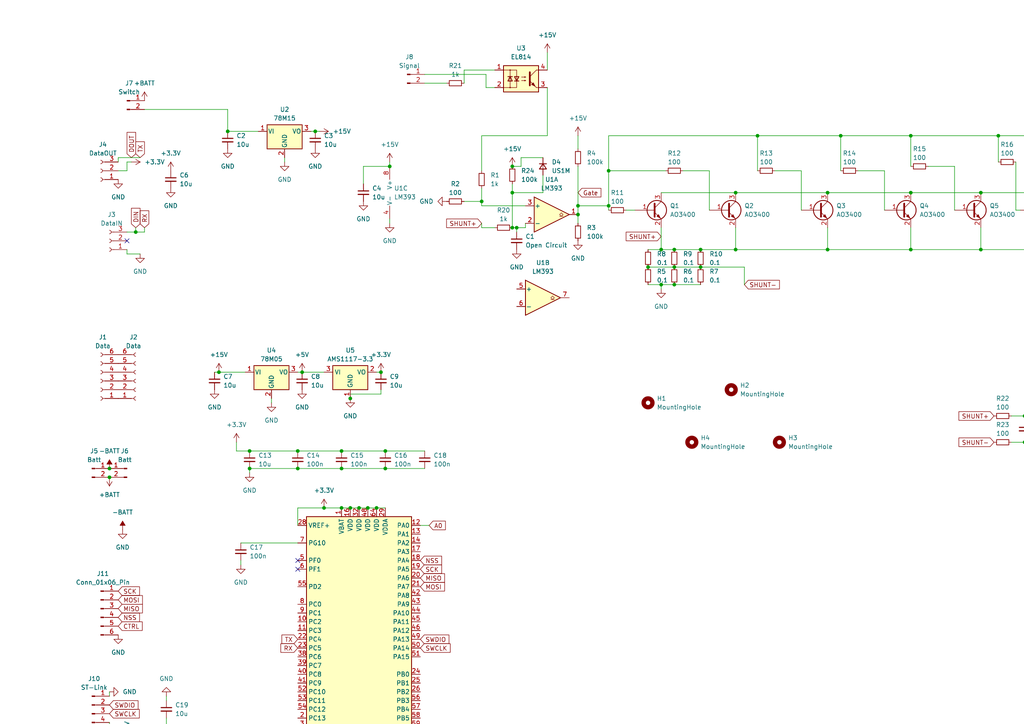
<source format=kicad_sch>
(kicad_sch (version 20230121) (generator eeschema)
  (paper "A4")
  (junction (at 289.56 39.37))
  (junction (at 139.7 58.42))
  (junction (at 355.6 124.46))
  (junction (at 86.36 135.89))
  (junction (at 167.64 59.69))
  (junction (at 31.75 135.89))
  (junction (at 105.41 241.3))
  (junction (at 195.58 72.39))
  (junction (at 328.93 55.88))
  (junction (at 243.84 39.37))
  (junction (at 219.71 39.37))
  (junction (at 167.64 62.23))
  (junction (at 340.36 39.37))
  (junction (at 99.06 147.32))
  (junction (at 111.76 135.89))
  (junction (at 240.03 72.39))
  (junction (at 388.62 55.88))
  (junction (at 191.77 82.55))
  (junction (at 191.77 72.39))
  (junction (at 93.98 147.32))
  (junction (at 264.16 39.37))
  (junction (at 284.48 55.88))
  (junction (at 396.24 72.39))
  (junction (at 72.39 130.81))
  (junction (at 313.69 120.65))
  (junction (at 264.16 55.88))
  (junction (at 240.03 55.88))
  (junction (at 99.06 130.81))
  (junction (at 176.53 59.69))
  (junction (at 382.27 72.39))
  (junction (at 63.5 107.95))
  (junction (at 111.76 130.81))
  (junction (at 104.14 147.32))
  (junction (at 213.36 72.39))
  (junction (at 39.37 67.31))
  (junction (at 113.03 48.26))
  (junction (at 384.81 30.48))
  (junction (at 148.59 66.04))
  (junction (at 203.2 72.39))
  (junction (at 336.55 124.46))
  (junction (at 303.53 72.39))
  (junction (at 148.59 48.26))
  (junction (at 303.53 55.88))
  (junction (at 149.86 66.04))
  (junction (at 195.58 77.47))
  (junction (at 314.96 39.37))
  (junction (at 176.53 49.53))
  (junction (at 388.62 35.56))
  (junction (at 344.17 124.46))
  (junction (at 86.36 130.81))
  (junction (at 406.4 72.39))
  (junction (at 187.96 77.47))
  (junction (at 31.75 138.43))
  (junction (at 101.6 115.57))
  (junction (at 195.58 82.55))
  (junction (at 106.68 147.32))
  (junction (at 72.39 135.89))
  (junction (at 66.04 38.1))
  (junction (at 328.93 72.39))
  (junction (at 264.16 72.39))
  (junction (at 203.2 77.47))
  (junction (at 101.6 147.32))
  (junction (at 322.58 209.55))
  (junction (at 358.14 72.39))
  (junction (at 213.36 55.88))
  (junction (at 99.06 135.89))
  (junction (at 358.14 55.88))
  (junction (at 317.5 129.54))
  (junction (at 148.59 55.88))
  (junction (at 87.63 107.95))
  (junction (at 110.49 107.95))
  (junction (at 91.44 38.1))
  (junction (at 406.4 55.88))
  (junction (at 297.18 120.65))
  (junction (at 109.22 147.32))
  (junction (at 396.24 55.88))
  (junction (at 284.48 72.39))
  (junction (at 382.27 55.88))
  (junction (at 297.18 128.27))
  (no_connect (at 86.36 162.56))
  (no_connect (at 86.36 165.1))
  (no_connect (at 36.83 69.85))
  (wire (pts (xy 36.83 73.66) (xy 36.83 72.39)))
  (wire (pts (xy 388.62 55.88) (xy 396.24 55.88)))
  (wire (pts (xy 139.7 66.04) (xy 139.7 64.77)))
  (wire (pts (xy 195.58 77.47) (xy 203.2 77.47)))
  (wire (pts (xy 106.68 147.32) (xy 109.22 147.32)))
  (wire (pts (xy 369.57 60.96) (xy 374.65 60.96)))
  (wire (pts (xy 34.29 45.72) (xy 34.29 46.99)))
  (wire (pts (xy 284.48 55.88) (xy 303.53 55.88)))
  (wire (pts (xy 139.7 39.37) (xy 139.7 49.53)))
  (wire (pts (xy 256.54 49.53) (xy 256.54 60.96)))
  (wire (pts (xy 134.62 58.42) (xy 139.7 58.42)))
  (wire (pts (xy 191.77 82.55) (xy 191.77 83.82)))
  (wire (pts (xy 139.7 59.69) (xy 152.4 59.69)))
  (wire (pts (xy 41.91 66.04) (xy 41.91 67.31)))
  (wire (pts (xy 219.71 49.53) (xy 219.71 39.37)))
  (wire (pts (xy 105.41 243.84) (xy 105.41 241.3)))
  (wire (pts (xy 336.55 133.35) (xy 335.28 133.35)))
  (wire (pts (xy 377.19 133.35) (xy 377.19 135.89)))
  (wire (pts (xy 313.69 113.03) (xy 313.69 115.57)))
  (wire (pts (xy 36.83 46.99) (xy 38.1 46.99)))
  (wire (pts (xy 99.06 147.32) (xy 101.6 147.32)))
  (wire (pts (xy 344.17 124.46) (xy 336.55 124.46)))
  (wire (pts (xy 195.58 72.39) (xy 203.2 72.39)))
  (wire (pts (xy 176.53 39.37) (xy 219.71 39.37)))
  (wire (pts (xy 388.62 35.56) (xy 388.62 55.88)))
  (wire (pts (xy 152.4 66.04) (xy 152.4 64.77)))
  (wire (pts (xy 34.29 45.72) (xy 40.64 45.72)))
  (wire (pts (xy 143.51 66.04) (xy 139.7 66.04)))
  (wire (pts (xy 69.85 163.83) (xy 69.85 162.56)))
  (wire (pts (xy 215.9 77.47) (xy 203.2 77.47)))
  (wire (pts (xy 191.77 72.39) (xy 195.58 72.39)))
  (wire (pts (xy 105.41 241.3) (xy 106.68 241.3)))
  (wire (pts (xy 213.36 66.04) (xy 213.36 72.39)))
  (wire (pts (xy 314.96 39.37) (xy 340.36 39.37)))
  (wire (pts (xy 121.92 152.4) (xy 124.46 152.4)))
  (wire (pts (xy 111.76 135.89) (xy 123.19 135.89)))
  (wire (pts (xy 313.69 120.65) (xy 318.77 120.65)))
  (wire (pts (xy 224.79 49.53) (xy 232.41 49.53)))
  (wire (pts (xy 140.97 25.4) (xy 143.51 25.4)))
  (wire (pts (xy 187.96 72.39) (xy 191.77 72.39)))
  (wire (pts (xy 297.18 127) (xy 297.18 128.27)))
  (wire (pts (xy 284.48 66.04) (xy 284.48 72.39)))
  (wire (pts (xy 284.48 72.39) (xy 303.53 72.39)))
  (wire (pts (xy 388.62 33.02) (xy 388.62 35.56)))
  (wire (pts (xy 167.64 48.26) (xy 167.64 59.69)))
  (wire (pts (xy 148.59 66.04) (xy 149.86 66.04)))
  (wire (pts (xy 86.36 152.4) (xy 86.36 147.32)))
  (wire (pts (xy 232.41 49.53) (xy 232.41 60.96)))
  (wire (pts (xy 314.96 209.55) (xy 322.58 209.55)))
  (wire (pts (xy 113.03 46.99) (xy 113.03 48.26)))
  (wire (pts (xy 36.83 46.99) (xy 36.83 49.53)))
  (wire (pts (xy 336.55 124.46) (xy 336.55 133.35)))
  (wire (pts (xy 191.77 82.55) (xy 195.58 82.55)))
  (wire (pts (xy 191.77 66.04) (xy 191.77 72.39)))
  (wire (pts (xy 195.58 82.55) (xy 203.2 82.55)))
  (wire (pts (xy 297.18 120.65) (xy 304.8 120.65)))
  (wire (pts (xy 86.36 147.32) (xy 93.98 147.32)))
  (wire (pts (xy 101.6 114.3) (xy 101.6 115.57)))
  (wire (pts (xy 320.04 60.96) (xy 321.31 60.96)))
  (wire (pts (xy 317.5 133.35) (xy 317.5 129.54)))
  (wire (pts (xy 355.6 124.46) (xy 355.6 128.27)))
  (wire (pts (xy 151.13 48.26) (xy 148.59 48.26)))
  (wire (pts (xy 240.03 66.04) (xy 240.03 72.39)))
  (wire (pts (xy 48.26 208.28) (xy 48.26 210.82)))
  (wire (pts (xy 140.97 21.59) (xy 140.97 25.4)))
  (wire (pts (xy 334.01 124.46) (xy 336.55 124.46)))
  (wire (pts (xy 66.04 38.1) (xy 74.93 38.1)))
  (wire (pts (xy 377.19 124.46) (xy 355.6 124.46)))
  (wire (pts (xy 213.36 72.39) (xy 203.2 72.39)))
  (wire (pts (xy 167.64 39.37) (xy 167.64 43.18)))
  (wire (pts (xy 123.19 24.13) (xy 129.54 24.13)))
  (wire (pts (xy 87.63 107.95) (xy 93.98 107.95)))
  (wire (pts (xy 40.64 73.66) (xy 36.83 73.66)))
  (wire (pts (xy 314.96 39.37) (xy 289.56 39.37)))
  (wire (pts (xy 93.98 147.32) (xy 99.06 147.32)))
  (wire (pts (xy 318.77 120.65) (xy 318.77 121.92)))
  (wire (pts (xy 406.4 55.88) (xy 416.56 55.88)))
  (wire (pts (xy 317.5 129.54) (xy 318.77 129.54)))
  (wire (pts (xy 66.04 31.75) (xy 66.04 38.1)))
  (wire (pts (xy 345.44 46.99) (xy 345.44 60.96)))
  (wire (pts (xy 243.84 49.53) (xy 243.84 39.37)))
  (wire (pts (xy 345.44 60.96) (xy 350.52 60.96)))
  (wire (pts (xy 215.9 82.55) (xy 215.9 77.47)))
  (wire (pts (xy 297.18 129.54) (xy 297.18 128.27)))
  (wire (pts (xy 309.88 129.54) (xy 317.5 129.54)))
  (wire (pts (xy 322.58 208.28) (xy 322.58 209.55)))
  (wire (pts (xy 318.77 129.54) (xy 318.77 127)))
  (wire (pts (xy 176.53 59.69) (xy 176.53 60.96)))
  (wire (pts (xy 176.53 39.37) (xy 176.53 49.53)))
  (wire (pts (xy 416.56 58.42) (xy 416.56 55.88)))
  (wire (pts (xy 314.96 46.99) (xy 314.96 39.37)))
  (wire (pts (xy 294.64 60.96) (xy 295.91 60.96)))
  (wire (pts (xy 111.76 130.81) (xy 123.19 130.81)))
  (wire (pts (xy 314.96 214.63) (xy 314.96 209.55)))
  (wire (pts (xy 406.4 72.39) (xy 416.56 72.39)))
  (wire (pts (xy 344.17 135.89) (xy 344.17 132.08)))
  (wire (pts (xy 167.64 59.69) (xy 167.64 62.23)))
  (wire (pts (xy 364.49 46.99) (xy 364.49 39.37)))
  (wire (pts (xy 148.59 55.88) (xy 148.59 66.04)))
  (wire (pts (xy 104.14 147.32) (xy 106.68 147.32)))
  (wire (pts (xy 303.53 55.88) (xy 328.93 55.88)))
  (wire (pts (xy 240.03 55.88) (xy 264.16 55.88)))
  (wire (pts (xy 110.49 114.3) (xy 101.6 114.3)))
  (wire (pts (xy 328.93 55.88) (xy 358.14 55.88)))
  (wire (pts (xy 149.86 66.04) (xy 149.86 67.31)))
  (wire (pts (xy 187.96 77.47) (xy 195.58 77.47)))
  (wire (pts (xy 297.18 120.65) (xy 293.37 120.65)))
  (wire (pts (xy 176.53 49.53) (xy 193.04 49.53)))
  (wire (pts (xy 328.93 72.39) (xy 303.53 72.39)))
  (wire (pts (xy 340.36 46.99) (xy 340.36 39.37)))
  (wire (pts (xy 149.86 66.04) (xy 152.4 66.04)))
  (wire (pts (xy 382.27 55.88) (xy 388.62 55.88)))
  (wire (pts (xy 369.57 46.99) (xy 369.57 60.96)))
  (wire (pts (xy 243.84 39.37) (xy 264.16 39.37)))
  (wire (pts (xy 396.24 63.5) (xy 396.24 72.39)))
  (wire (pts (xy 69.85 157.48) (xy 86.36 157.48)))
  (wire (pts (xy 86.36 135.89) (xy 99.06 135.89)))
  (wire (pts (xy 377.19 128.27) (xy 377.19 124.46)))
  (wire (pts (xy 158.75 25.4) (xy 158.75 39.37)))
  (wire (pts (xy 105.41 241.3) (xy 104.14 241.3)))
  (wire (pts (xy 309.88 120.65) (xy 313.69 120.65)))
  (wire (pts (xy 213.36 55.88) (xy 240.03 55.88)))
  (wire (pts (xy 294.64 46.99) (xy 294.64 60.96)))
  (wire (pts (xy 406.4 63.5) (xy 406.4 72.39)))
  (wire (pts (xy 304.8 129.54) (xy 297.18 129.54)))
  (wire (pts (xy 353.06 124.46) (xy 355.6 124.46)))
  (wire (pts (xy 248.92 49.53) (xy 256.54 49.53)))
  (wire (pts (xy 78.74 115.57) (xy 78.74 116.84)))
  (wire (pts (xy 289.56 46.99) (xy 289.56 39.37)))
  (wire (pts (xy 99.06 135.89) (xy 111.76 135.89)))
  (wire (pts (xy 191.77 55.88) (xy 213.36 55.88)))
  (wire (pts (xy 113.03 64.77) (xy 113.03 63.5)))
  (wire (pts (xy 330.2 133.35) (xy 317.5 133.35)))
  (wire (pts (xy 157.48 50.8) (xy 157.48 55.88)))
  (wire (pts (xy 68.58 128.27) (xy 68.58 130.81)))
  (wire (pts (xy 264.16 66.04) (xy 264.16 72.39)))
  (wire (pts (xy 205.74 49.53) (xy 205.74 60.96)))
  (wire (pts (xy 66.04 31.75) (xy 41.91 31.75)))
  (wire (pts (xy 382.27 72.39) (xy 358.14 72.39)))
  (wire (pts (xy 264.16 72.39) (xy 240.03 72.39)))
  (wire (pts (xy 31.75 212.09) (xy 31.75 209.55)))
  (wire (pts (xy 63.5 107.95) (xy 71.12 107.95)))
  (wire (pts (xy 90.17 38.1) (xy 91.44 38.1)))
  (wire (pts (xy 297.18 128.27) (xy 293.37 128.27)))
  (wire (pts (xy 167.64 62.23) (xy 167.64 64.77)))
  (wire (pts (xy 134.62 20.32) (xy 143.51 20.32)))
  (wire (pts (xy 151.13 45.72) (xy 151.13 48.26)))
  (wire (pts (xy 176.53 59.69) (xy 167.64 59.69)))
  (wire (pts (xy 358.14 72.39) (xy 328.93 72.39)))
  (wire (pts (xy 358.14 55.88) (xy 382.27 55.88)))
  (wire (pts (xy 134.62 24.13) (xy 134.62 20.32)))
  (wire (pts (xy 105.41 53.34) (xy 105.41 48.26)))
  (wire (pts (xy 157.48 45.72) (xy 151.13 45.72)))
  (wire (pts (xy 99.06 130.81) (xy 111.76 130.81)))
  (wire (pts (xy 82.55 45.72) (xy 82.55 46.99)))
  (wire (pts (xy 187.96 82.55) (xy 191.77 82.55)))
  (wire (pts (xy 382.27 66.04) (xy 382.27 72.39)))
  (wire (pts (xy 181.61 60.96) (xy 184.15 60.96)))
  (wire (pts (xy 121.92 215.9) (xy 130.81 215.9)))
  (wire (pts (xy 240.03 72.39) (xy 213.36 72.39)))
  (wire (pts (xy 355.6 133.35) (xy 355.6 135.89)))
  (wire (pts (xy 110.49 113.03) (xy 110.49 114.3)))
  (wire (pts (xy 31.75 200.66) (xy 31.75 201.93)))
  (wire (pts (xy 384.81 35.56) (xy 388.62 35.56)))
  (wire (pts (xy 158.75 39.37) (xy 139.7 39.37)))
  (wire (pts (xy 109.22 147.32) (xy 111.76 147.32)))
  (wire (pts (xy 276.86 48.26) (xy 276.86 60.96)))
  (wire (pts (xy 264.16 72.39) (xy 284.48 72.39)))
  (wire (pts (xy 86.36 130.81) (xy 99.06 130.81)))
  (wire (pts (xy 158.75 15.24) (xy 158.75 20.32)))
  (wire (pts (xy 101.6 147.32) (xy 104.14 147.32)))
  (wire (pts (xy 39.37 66.04) (xy 39.37 67.31)))
  (wire (pts (xy 157.48 55.88) (xy 148.59 55.88)))
  (wire (pts (xy 123.19 21.59) (xy 140.97 21.59)))
  (wire (pts (xy 384.81 22.86) (xy 384.81 30.48)))
  (wire (pts (xy 322.58 226.06) (xy 322.58 224.79)))
  (wire (pts (xy 416.56 63.5) (xy 416.56 72.39)))
  (wire (pts (xy 68.58 130.81) (xy 72.39 130.81)))
  (wire (pts (xy 344.17 124.46) (xy 347.98 124.46)))
  (wire (pts (xy 219.71 39.37) (xy 243.84 39.37)))
  (wire (pts (xy 91.44 38.1) (xy 92.71 38.1)))
  (wire (pts (xy 264.16 48.26) (xy 264.16 39.37)))
  (wire (pts (xy 148.59 53.34) (xy 148.59 55.88)))
  (wire (pts (xy 320.04 46.99) (xy 320.04 60.96)))
  (wire (pts (xy 176.53 49.53) (xy 176.53 59.69)))
  (wire (pts (xy 384.81 30.48) (xy 388.62 30.48)))
  (wire (pts (xy 109.22 107.95) (xy 110.49 107.95)))
  (wire (pts (xy 303.53 66.04) (xy 303.53 72.39)))
  (wire (pts (xy 264.16 55.88) (xy 284.48 55.88)))
  (wire (pts (xy 364.49 39.37) (xy 340.36 39.37)))
  (wire (pts (xy 36.83 49.53) (xy 34.29 49.53)))
  (wire (pts (xy 72.39 135.89) (xy 86.36 135.89)))
  (wire (pts (xy 86.36 107.95) (xy 87.63 107.95)))
  (wire (pts (xy 72.39 135.89) (xy 72.39 137.16)))
  (wire (pts (xy 41.91 67.31) (xy 39.37 67.31)))
  (wire (pts (xy 105.41 48.26) (xy 113.03 48.26)))
  (wire (pts (xy 139.7 58.42) (xy 139.7 59.69)))
  (wire (pts (xy 198.12 49.53) (xy 205.74 49.53)))
  (wire (pts (xy 72.39 130.81) (xy 86.36 130.81)))
  (wire (pts (xy 396.24 58.42) (xy 396.24 55.88)))
  (wire (pts (xy 358.14 66.04) (xy 358.14 72.39)))
  (wire (pts (xy 289.56 39.37) (xy 264.16 39.37)))
  (wire (pts (xy 297.18 121.92) (xy 297.18 120.65)))
  (wire (pts (xy 396.24 55.88) (xy 406.4 55.88)))
  (wire (pts (xy 396.24 72.39) (xy 406.4 72.39)))
  (wire (pts (xy 328.93 66.04) (xy 328.93 72.39)))
  (wire (pts (xy 139.7 54.61) (xy 139.7 58.42)))
  (wire (pts (xy 39.37 67.31) (xy 36.83 67.31)))
  (wire (pts (xy 344.17 127) (xy 344.17 124.46)))
  (wire (pts (xy 62.23 107.95) (xy 63.5 107.95)))
  (wire (pts (xy 48.26 201.93) (xy 48.26 203.2)))
  (wire (pts (xy 269.24 48.26) (xy 276.86 48.26)))
  (wire (pts (xy 406.4 58.42) (xy 406.4 55.88)))
  (wire (pts (xy 382.27 72.39) (xy 396.24 72.39)))
  (global_label "NSS" (shape input) (at 121.92 162.56 0) (property "Intersheetrefs" "${INTERSHEET_REFS}" (effects hide)))
  (global_label "CTRL" (shape input) (at 34.29 181.61 0) (property "Intersheetrefs" "${INTERSHEET_REFS}" (effects hide)))
  (global_label "SHUNT-" (shape input) (at 215.9 82.55 0) (property "Intersheetrefs" "${INTERSHEET_REFS}" (effects hide)))
  (global_label "SCK" (shape input) (at 121.92 165.1 0) (property "Intersheetrefs" "${INTERSHEET_REFS}" (effects hide)))
  (global_label "SHUNT+" (shape input) (at 139.7 64.77 180) (property "Intersheetrefs" "${INTERSHEET_REFS}" (effects hide)))
  (global_label "Gate" (shape input) (at 167.64 55.88 0) (property "Intersheetrefs" "${INTERSHEET_REFS}" (effects hide)))
  (global_label "NSS" (shape input) (at 34.29 179.07 0) (property "Intersheetrefs" "${INTERSHEET_REFS}" (effects hide)))
  (global_label "MISO" (shape input) (at 34.29 176.53 0) (property "Intersheetrefs" "${INTERSHEET_REFS}" (effects hide)))
  (global_label "A0" (shape input) (at 377.19 124.46 0) (property "Intersheetrefs" "${INTERSHEET_REFS}" (effects hide)))
  (global_label "DIN" (shape input) (at 39.37 66.04 90) (property "Intersheetrefs" "${INTERSHEET_REFS}" (effects hide)))
  (global_label "MISO" (shape input) (at 121.92 167.64 0) (property "Intersheetrefs" "${INTERSHEET_REFS}" (effects hide)))
  (global_label "SWCLK" (shape input) (at 31.75 207.01 0) (property "Intersheetrefs" "${INTERSHEET_REFS}" (effects hide)))
  (global_label "SHUNT-" (shape input) (at 288.29 128.27 180) (property "Intersheetrefs" "${INTERSHEET_REFS}" (effects hide)))
  (global_label "A0" (shape input) (at 124.46 152.4 0) (property "Intersheetrefs" "${INTERSHEET_REFS}" (effects hide)))
  (global_label "RX" (shape input) (at 41.91 66.04 90) (property "Intersheetrefs" "${INTERSHEET_REFS}" (effects hide)))
  (global_label "MOSI" (shape input) (at 34.29 173.99 0) (property "Intersheetrefs" "${INTERSHEET_REFS}" (effects hide)))
  (global_label "SWDIO" (shape input) (at 121.92 185.42 0) (property "Intersheetrefs" "${INTERSHEET_REFS}" (effects hide)))
  (global_label "SWDIO" (shape input) (at 31.75 204.47 0) (property "Intersheetrefs" "${INTERSHEET_REFS}" (effects hide)))
  (global_label "SHUNT+" (shape input) (at 288.29 120.65 180) (property "Intersheetrefs" "${INTERSHEET_REFS}" (effects hide)))
  (global_label "TX" (shape input) (at 40.64 45.72 90) (property "Intersheetrefs" "${INTERSHEET_REFS}" (effects hide)))
  (global_label "DOUT" (shape input) (at 38.1 45.72 90) (property "Intersheetrefs" "${INTERSHEET_REFS}" (effects hide)))
  (global_label "SHUNT+" (shape input) (at 191.77 68.58 180) (property "Intersheetrefs" "${INTERSHEET_REFS}" (effects hide)))
  (global_label "MOSI" (shape input) (at 121.92 170.18 0) (property "Intersheetrefs" "${INTERSHEET_REFS}" (effects hide)))
  (global_label "TX" (shape input) (at 86.36 185.42 180) (property "Intersheetrefs" "${INTERSHEET_REFS}" (effects hide)))
  (global_label "SWCLK" (shape input) (at 121.92 187.96 0) (property "Intersheetrefs" "${INTERSHEET_REFS}" (effects hide)))
  (global_label "SCK" (shape input) (at 34.29 171.45 0) (property "Intersheetrefs" "${INTERSHEET_REFS}" (effects hide)))
  (global_label "RX" (shape input) (at 86.36 187.96 180) (property "Intersheetrefs" "${INTERSHEET_REFS}" (effects hide)))
  (symbol (lib_id "Device:R_Small") (at 307.34 120.65 270) (unit 1)
    (property "Reference" "R25" (at 307.34 115.57 90))
    (property "Value" "1k" (at 307.34 118.11 90))
    (property "Footprint" "Resistor_SMD:R_0603_1608Metric_Pad0.98x0.95mm_HandSolder" (effects hide))
  )
  (symbol (lib_id "power:GND") (at 167.64 69.85 0) (unit 1)
    (property "Reference" "#PWR07" (effects hide))
    (property "Value" "GND" (at 167.64 74.93 0))
  )
  (symbol (lib_id "Device:D_Small") (at 396.24 60.96 270) (unit 1)
    (property "Reference" "D1" (at 398.78 59.69 90) (effects (justify left)))
    (property "Value" "US1M" (at 398.78 62.23 90) (effects (justify left)))
    (property "Footprint" "Diode_SMD:D_SMA_Handsoldering" (effects hide))
    (property "Sim.Device" "D" (effects hide))
    (property "Sim.Pins" "1=K 2=A" (effects hide))
  )
  (symbol (lib_id "power:GND") (at 72.39 137.16 0) (unit 1)
    (property "Reference" "#PWR042" (effects hide))
    (property "Value" "GND" (at 72.39 142.24 0))
  )
  (symbol (lib_id "Device:R_Small") (at 132.08 58.42 90) (unit 1)
    (property "Reference" "R2" (at 132.08 53.34 90))
    (property "Value" "100" (at 132.08 55.88 90))
    (property "Footprint" "Resistor_SMD:R_0603_1608Metric_Pad0.98x0.95mm_HandSolder" (effects hide))
  )
  (symbol (lib_id "power:GND") (at 313.69 113.03 180) (unit 1)
    (property "Reference" "#PWR036" (effects hide))
    (property "Value" "GND" (at 313.69 107.95 0))
  )
  (symbol (lib_id "power:GND") (at 62.23 113.03 0) (unit 1)
    (property "Reference" "#PWR026" (effects hide))
    (property "Value" "GND" (at 62.23 118.11 0))
  )
  (symbol (lib_id "Device:R_Small") (at 195.58 49.53 270) (unit 1)
    (property "Reference" "R12" (at 195.58 44.45 90))
    (property "Value" "100" (at 195.58 46.99 90))
    (property "Footprint" "Resistor_SMD:R_0603_1608Metric_Pad0.98x0.95mm_HandSolder" (effects hide))
  )
  (symbol (lib_id "Connector:Conn_01x03_Socket") (at 29.21 49.53 180) (unit 1)
    (property "Reference" "J4" (at 29.845 41.91 0))
    (property "Value" "DataOUT" (at 29.845 44.45 0))
    (property "Footprint" "Connector_PinSocket_2.54mm:PinSocket_1x03_P2.54mm_Vertical" (effects hide))
  )
  (symbol (lib_id "power:+5V") (at 87.63 107.95 0) (unit 1)
    (property "Reference" "#PWR030" (effects hide))
    (property "Value" "+5V" (at 87.63 102.87 0))
  )
  (symbol (lib_id "Device:C_Small") (at 62.23 110.49 0) (unit 1)
    (property "Reference" "C7" (at 64.77 109.2263 0) (effects (justify left)))
    (property "Value" "10u" (at 64.77 111.7663 0) (effects (justify left)))
    (property "Footprint" "Capacitor_SMD:C_1206_3216Metric_Pad1.33x1.80mm_HandSolder" (effects hide))
  )
  (symbol (lib_id "power:GND") (at 105.41 243.84 0) (unit 1)
    (property "Reference" "#PWR043" (effects hide))
    (property "Value" "GND" (at 105.41 248.92 0))
  )
  (symbol (lib_id "Connector:Conn_01x03_Socket") (at 31.75 69.85 180) (unit 1)
    (property "Reference" "J3" (at 32.385 62.23 0))
    (property "Value" "DataIN" (at 32.385 64.77 0))
    (property "Footprint" "Connector_PinSocket_2.54mm:PinSocket_1x03_P2.54mm_Vertical" (effects hide))
  )
  (symbol (lib_id "Device:C_Small") (at 91.44 40.64 0) (unit 1)
    (property "Reference" "C3" (at 93.98 39.3763 0) (effects (justify left)))
    (property "Value" "10u" (at 93.98 41.9163 0) (effects (justify left)))
    (property "Footprint" "Capacitor_SMD:C_1206_3216Metric_Pad1.33x1.80mm_HandSolder" (effects hide))
  )
  (symbol (lib_id "power:GND") (at 31.75 200.66 90) (unit 1)
    (property "Reference" "#PWR048" (effects hide))
    (property "Value" "GND" (at 35.56 200.66 90) (effects (justify right)))
  )
  (symbol (lib_id "Device:R_Small") (at 139.7 52.07 0) (unit 1)
    (property "Reference" "R1" (at 142.24 50.8 0) (effects (justify left)))
    (property "Value" "1k" (at 142.24 53.34 0) (effects (justify left)))
    (property "Footprint" "Resistor_SMD:R_0603_1608Metric_Pad0.98x0.95mm_HandSolder" (effects hide))
  )
  (symbol (lib_id "Mechanical:MountingHole") (at 187.96 116.84 0) (unit 1)
    (property "Reference" "H1" (at 190.5 115.57 0) (effects (justify left)))
    (property "Value" "MountingHole" (at 190.5 118.11 0) (effects (justify left)))
    (property "Footprint" "MountingHole:MountingHole_3.2mm_M3" (effects hide))
  )
  (symbol (lib_id "Device:C_Small") (at 110.49 110.49 0) (unit 1)
    (property "Reference" "C9" (at 113.03 109.2263 0) (effects (justify left)))
    (property "Value" "10u" (at 113.03 111.7663 0) (effects (justify left)))
    (property "Footprint" "Capacitor_SMD:C_1206_3216Metric_Pad1.33x1.80mm_HandSolder" (effects hide))
  )
  (symbol (lib_id "power:+3.3V") (at 110.49 107.95 0) (unit 1)
    (property "Reference" "#PWR032" (effects hide))
    (property "Value" "+3.3V" (at 110.49 102.87 0))
  )
  (symbol (lib_id "Device:D_Small") (at 355.6 130.81 270) (unit 1)
    (property "Reference" "D3" (at 358.14 129.54 90) (effects (justify left)))
    (property "Value" "5.1v Zener Diode" (at 358.14 132.08 90) (effects (justify left)))
    (property "Footprint" "Diode_SMD:D_SMA_Handsoldering" (effects hide))
    (property "Sim.Device" "D" (effects hide))
    (property "Sim.Pins" "1=K 2=A" (effects hide))
  )
  (symbol (lib_id "power:+3.3V") (at 48.26 210.82 180) (unit 1)
    (property "Reference" "#PWR050" (effects hide))
    (property "Value" "+3.3V" (at 48.26 215.9 0))
  )
  (symbol (lib_id "power:+3.3V") (at 38.1 46.99 270) (unit 1)
    (property "Reference" "#PWR012" (effects hide))
    (property "Value" "+3.3V" (at 41.91 46.99 90) (effects (justify left)))
  )
  (symbol (lib_id "Transistor_BJT:MMBT3904") (at 281.94 60.96 0) (unit 1)
    (property "Reference" "Q5" (at 287.02 59.69 0) (effects (justify left)))
    (property "Value" "AO3400" (at 287.02 62.23 0) (effects (justify left)))
    (property "Footprint" "Package_TO_SOT_SMD:SOT-23_Handsoldering" (effects hide))
    (property "Datasheet" "https://www.onsemi.com/pdf/datasheet/pzt3904-d.pdf" (effects hide))
  )
  (symbol (lib_id "Device:C_Small") (at 99.06 133.35 0) (unit 1)
    (property "Reference" "C15" (at 101.6 132.0863 0) (effects (justify left)))
    (property "Value" "100n" (at 101.6 134.6263 0) (effects (justify left)))
    (property "Footprint" "Capacitor_SMD:C_0805_2012Metric_Pad1.18x1.45mm_HandSolder" (effects hide))
  )
  (symbol (lib_id "Connector:Conn_01x02_Pin") (at 36.83 135.89 0) (mirror y) (unit 1)
    (property "Reference" "J6" (at 36.195 130.81 0))
    (property "Value" "Batt" (at 36.195 133.35 0))
    (property "Footprint" "Connector_Phoenix_MC_HighVoltage:PhoenixContact_MCV_1,5_2-G-5.08_1x02_P5.08mm_Vertical" (effects hide))
  )
  (symbol (lib_id "power:+BATT") (at 41.91 29.21 0) (unit 1)
    (property "Reference" "#PWR010" (effects hide))
    (property "Value" "+BATT" (at 41.91 24.13 0))
  )
  (symbol (lib_id "Comparator:LM393") (at 115.57 55.88 0) (unit 3)
    (property "Reference" "U1" (at 114.3 54.61 0) (effects (justify left)))
    (property "Value" "LM393" (at 114.3 57.15 0) (effects (justify left)))
    (property "Footprint" "Package_SO:SOIC-8_3.9x4.9mm_P1.27mm" (effects hide))
    (property "Datasheet" "http://www.ti.com/lit/ds/symlink/lm393.pdf" (effects hide))
  )
  (symbol (lib_id "power:GND") (at 87.63 113.03 0) (unit 1)
    (property "Reference" "#PWR028" (effects hide))
    (property "Value" "GND" (at 87.63 118.11 0))
  )
  (symbol (lib_id "Device:R_Small") (at 344.17 129.54 180) (unit 1)
    (property "Reference" "R29" (at 346.71 128.27 0) (effects (justify right)))
    (property "Value" "1k" (at 346.71 130.81 0) (effects (justify right)))
    (property "Footprint" "Resistor_SMD:R_0603_1608Metric_Pad0.98x0.95mm_HandSolder" (effects hide))
  )
  (symbol (lib_id "Device:C_Small") (at 48.26 205.74 0) (unit 1)
    (property "Reference" "C19" (at 50.8 204.4763 0) (effects (justify left)))
    (property "Value" "10u" (at 50.8 207.0163 0) (effects (justify left)))
    (property "Footprint" "Capacitor_SMD:C_1206_3216Metric_Pad1.33x1.80mm_HandSolder" (effects hide))
  )
  (symbol (lib_id "Device:R_Small") (at 203.2 80.01 180) (unit 1)
    (property "Reference" "R7" (at 205.74 78.74 0) (effects (justify right)))
    (property "Value" "0.1" (at 205.74 81.28 0) (effects (justify right)))
    (property "Footprint" "Resistor_SMD:R_2512_6332Metric_Pad1.40x3.35mm_HandSolder" (effects hide))
  )
  (symbol (lib_id "power:GND") (at 105.41 58.42 0) (unit 1)
    (property "Reference" "#PWR023" (effects hide))
    (property "Value" "GND" (at 105.41 63.5 0))
  )
  (symbol (lib_id "power:GND") (at 35.56 153.67 0) (unit 1)
    (property "Reference" "#PWR017" (effects hide))
    (property "Value" "GND" (at 35.56 158.75 0))
  )
  (symbol (lib_id "power:+BATT") (at 384.81 22.86 0) (unit 1)
    (property "Reference" "#PWR03" (effects hide))
    (property "Value" "+BATT" (at 384.81 17.78 0))
  )
  (symbol (lib_id "Regulator_Linear:KA78M05_TO252") (at 82.55 38.1 0) (unit 1)
    (property "Reference" "U2" (at 82.55 31.75 0))
    (property "Value" "78M15" (at 82.55 34.29 0))
    (property "Footprint" "Package_TO_SOT_SMD:TO-252-2" (effects hide))
    (property "Datasheet" "https://www.onsemi.com/pub/Collateral/MC78M00-D.PDF" (effects hide))
  )
  (symbol (lib_id "power:GND") (at 355.6 135.89 0) (unit 1)
    (property "Reference" "#PWR038" (effects hide))
    (property "Value" "GND" (at 355.6 140.97 0))
  )
  (symbol (lib_id "Device:R_Small") (at 290.83 128.27 270) (unit 1)
    (property "Reference" "R23" (at 290.83 123.19 90))
    (property "Value" "100" (at 290.83 125.73 90))
    (property "Footprint" "Resistor_SMD:R_0603_1608Metric_Pad0.98x0.95mm_HandSolder" (effects hide))
  )
  (symbol (lib_id "Transistor_BJT:MMBT3904") (at 379.73 60.96 0) (unit 1)
    (property "Reference" "Q9" (at 384.81 59.69 0) (effects (justify left)))
    (property "Value" "AO3400" (at 384.81 62.23 0) (effects (justify left)))
    (property "Footprint" "Package_TO_SOT_SMD:SOT-23_Handsoldering" (effects hide))
    (property "Datasheet" "https://www.onsemi.com/pdf/datasheet/pzt3904-d.pdf" (effects hide))
  )
  (symbol (lib_id "Device:R_Small") (at 179.07 60.96 270) (unit 1)
    (property "Reference" "R11" (at 179.07 55.88 90))
    (property "Value" "100" (at 179.07 58.42 90))
    (property "Footprint" "Resistor_SMD:R_0603_1608Metric_Pad0.98x0.95mm_HandSolder" (effects hide))
  )
  (symbol (lib_id "Device:R_Small") (at 350.52 124.46 270) (unit 1)
    (property "Reference" "R30" (at 350.52 119.38 90))
    (property "Value" "100" (at 350.52 121.92 90))
    (property "Footprint" "Resistor_SMD:R_0603_1608Metric_Pad0.98x0.95mm_HandSolder" (effects hide))
  )
  (symbol (lib_id "power:+15V") (at 63.5 107.95 0) (unit 1)
    (property "Reference" "#PWR029" (effects hide))
    (property "Value" "+15V" (at 63.5 102.87 0))
  )
  (symbol (lib_id "power:GND") (at 91.44 43.18 0) (unit 1)
    (property "Reference" "#PWR020" (effects hide))
    (property "Value" "GND" (at 91.44 48.26 0))
  )
  (symbol (lib_id "power:+15V") (at 167.64 39.37 0) (unit 1)
    (property "Reference" "#PWR05" (effects hide))
    (property "Value" "+15V" (at 167.64 34.29 0))
  )
  (symbol (lib_id "power:GND") (at 322.58 226.06 0) (unit 1)
    (property "Reference" "#PWR035" (effects hide))
    (property "Value" "GND" (at 322.58 231.14 0))
  )
  (symbol (lib_id "Device:R_Small") (at 222.25 49.53 270) (unit 1)
    (property "Reference" "R13" (at 222.25 44.45 90))
    (property "Value" "100" (at 222.25 46.99 90))
    (property "Footprint" "Resistor_SMD:R_0603_1608Metric_Pad0.98x0.95mm_HandSolder" (effects hide))
  )
  (symbol (lib_id "Connector:Conn_01x06_Socket") (at 29.21 110.49 180) (unit 1)
    (property "Reference" "J1" (at 29.845 97.79 0))
    (property "Value" "Data" (at 29.845 100.33 0))
    (property "Footprint" "Connector_PinSocket_2.54mm:PinSocket_1x06_P2.54mm_Vertical" (effects hide))
  )
  (symbol (lib_id "Device:C_Small") (at 314.96 217.17 0) (unit 1)
    (property "Reference" "C10" (at 317.5 215.9063 0) (effects (justify left)))
    (property "Value" "10u" (at 317.5 218.4463 0) (effects (justify left)))
    (property "Footprint" "Capacitor_SMD:C_1206_3216Metric_Pad1.33x1.80mm_HandSolder" (effects hide))
  )
  (symbol (lib_id "Isolator:EL814") (at 151.13 22.86 0) (unit 1)
    (property "Reference" "U3" (at 151.13 13.97 0))
    (property "Value" "EL814" (at 151.13 16.51 0))
    (property "Footprint" "Package_DIP:SMDIP-4_W9.53mm_Clearance8mm" (effects hide))
    (property "Datasheet" "http://www.everlight.com/file/ProductFile/EL814.pdf" (effects hide))
  )
  (symbol (lib_id "power:GND") (at 344.17 135.89 0) (unit 1)
    (property "Reference" "#PWR037" (effects hide))
    (property "Value" "GND" (at 344.17 140.97 0))
  )
  (symbol (lib_id "power:+15V") (at 113.03 46.99 0) (unit 1)
    (property "Reference" "#PWR01" (effects hide))
    (property "Value" "+15V" (at 113.03 41.91 0))
  )
  (symbol (lib_id "Device:C_Small") (at 49.53 52.07 0) (unit 1)
    (property "Reference" "C6" (at 52.07 50.8063 0) (effects (justify left)))
    (property "Value" "10u" (at 52.07 53.3463 0) (effects (justify left)))
    (property "Footprint" "Capacitor_SMD:C_1206_3216Metric_Pad1.33x1.80mm_HandSolder" (effects hide))
  )
  (symbol (lib_id "power:GND") (at 82.55 46.99 0) (unit 1)
    (property "Reference" "#PWR09" (effects hide))
    (property "Value" "GND" (at 82.55 52.07 0))
  )
  (symbol (lib_id "power:GND") (at 191.77 83.82 0) (unit 1)
    (property "Reference" "#PWR06" (effects hide))
    (property "Value" "GND" (at 191.77 88.9 0))
  )
  (symbol (lib_id "Device:R_Small") (at 148.59 50.8 0) (unit 1)
    (property "Reference" "R24" (at 151.13 49.53 0) (effects (justify left)))
    (property "Value" "100k" (at 151.13 52.07 0) (effects (justify left)))
    (property "Footprint" "Resistor_SMD:R_0603_1608Metric_Pad0.98x0.95mm_HandSolder" (effects hide))
  )
  (symbol (lib_id "Device:R_Small") (at 146.05 66.04 90) (unit 1)
    (property "Reference" "R20" (at 146.05 60.96 90))
    (property "Value" "1k" (at 146.05 63.5 90))
    (property "Footprint" "Resistor_SMD:R_0603_1608Metric_Pad0.98x0.95mm_HandSolder" (effects hide))
  )
  (symbol (lib_id "power:-BATT") (at 31.75 135.89 0) (unit 1)
    (property "Reference" "#PWR015" (effects hide))
    (property "Value" "-BATT" (at 31.75 130.81 0))
  )
  (symbol (lib_id "power:GND") (at 129.54 58.42 270) (unit 1)
    (property "Reference" "#PWR04" (effects hide))
    (property "Value" "GND" (at 125.73 58.42 90) (effects (justify right)))
  )
  (symbol (lib_id "Comparator:LM393") (at 160.02 62.23 0) (unit 1)
    (property "Reference" "U1" (at 160.02 52.07 0))
    (property "Value" "LM393" (at 160.02 54.61 0))
    (property "Footprint" "Package_SO:SOIC-8_3.9x4.9mm_P1.27mm" (effects hide))
    (property "Datasheet" "http://www.ti.com/lit/ds/symlink/lm393.pdf" (effects hide))
  )
  (symbol (lib_id "Regulator_Linear:AMS1117-3.3") (at 101.6 107.95 0) (unit 1)
    (property "Reference" "U5" (at 101.6 101.6 0))
    (property "Value" "AMS1117-3.3" (at 101.6 104.14 0))
    (property "Footprint" "Package_TO_SOT_SMD:SOT-223-3_TabPin2" (effects hide))
    (property "Datasheet" "http://www.advanced-monolithic.com/pdf/ds1117.pdf" (effects hide))
  )
  (symbol (lib_id "power:-BATT") (at 35.56 153.67 0) (unit 1)
    (property "Reference" "#PWR018" (effects hide))
    (property "Value" "-BATT" (at 35.56 148.59 0))
  )
  (symbol (lib_id "power:GND") (at 34.29 52.07 0) (unit 1)
    (property "Reference" "#PWR014" (effects hide))
    (property "Value" "GND" (at 34.29 57.15 0))
  )
  (symbol (lib_id "power:+15V") (at 148.59 48.26 0) (unit 1)
    (property "Reference" "#PWR022" (effects hide))
    (property "Value" "+15V" (at 148.59 43.18 0))
  )
  (symbol (lib_id "power:+15V") (at 92.71 38.1 270) (unit 1)
    (property "Reference" "#PWR08" (effects hide))
    (property "Value" "+15V" (at 96.52 38.1 90) (effects (justify left)))
  )
  (symbol (lib_id "Transistor_BJT:MMBT3904") (at 189.23 60.96 0) (unit 1)
    (property "Reference" "Q1" (at 194.31 59.69 0) (effects (justify left)))
    (property "Value" "AO3400" (at 194.31 62.23 0) (effects (justify left)))
    (property "Footprint" "Package_TO_SOT_SMD:SOT-23_Handsoldering" (effects hide))
    (property "Datasheet" "https://www.onsemi.com/pdf/datasheet/pzt3904-d.pdf" (effects hide))
  )
  (symbol (lib_id "power:GND") (at 149.86 72.39 0) (unit 1)
    (property "Reference" "#PWR019" (effects hide))
    (property "Value" "GND" (at 149.86 77.47 0))
  )
  (symbol (lib_id "power:GND") (at 66.04 43.18 0) (unit 1)
    (property "Reference" "#PWR013" (effects hide))
    (property "Value" "GND" (at 66.04 48.26 0))
  )
  (symbol (lib_id "Regulator_Linear:KA78M05_TO252") (at 78.74 107.95 0) (unit 1)
    (property "Reference" "U4" (at 78.74 101.6 0))
    (property "Value" "78M05" (at 78.74 104.14 0))
    (property "Footprint" "Package_TO_SOT_SMD:TO-252-2" (effects hide))
    (property "Datasheet" "https://www.onsemi.com/pub/Collateral/MC78M00-D.PDF" (effects hide))
  )
  (symbol (lib_id "power:GND") (at 101.6 115.57 0) (unit 1)
    (property "Reference" "#PWR031" (effects hide))
    (property "Value" "GND" (at 101.6 120.65 0))
  )
  (symbol (lib_id "Device:C_Small") (at 123.19 133.35 0) (unit 1)
    (property "Reference" "C18" (at 125.73 132.0863 0) (effects (justify left)))
    (property "Value" "100n" (at 125.73 134.6263 0) (effects (justify left)))
    (property "Footprint" "Capacitor_SMD:C_0805_2012Metric_Pad1.18x1.45mm_HandSolder" (effects hide))
  )
  (symbol (lib_id "Device:R_Small") (at 317.5 46.99 270) (unit 1)
    (property "Reference" "R17" (at 317.5 41.91 90))
    (property "Value" "100" (at 317.5 44.45 90))
    (property "Footprint" "Resistor_SMD:R_0603_1608Metric_Pad0.98x0.95mm_HandSolder" (effects hide))
  )
  (symbol (lib_id "Amplifier_Operational:LM324") (at 326.39 124.46 0) (unit 1)
    (property "Reference" "U6" (at 326.39 114.3 0))
    (property "Value" "LM324" (at 326.39 116.84 0))
    (property "Footprint" "Package_SO:SOIC-14_3.9x8.7mm_P1.27mm" (effects hide))
    (property "Datasheet" "http://www.ti.com/lit/ds/symlink/lm2902-n.pdf" (effects hide))
  )
  (symbol (lib_id "Transistor_BJT:MMBT3904") (at 261.62 60.96 0) (unit 1)
    (property "Reference" "Q4" (at 266.7 59.69 0) (effects (justify left)))
    (property "Value" "AO3400" (at 266.7 62.23 0) (effects (justify left)))
    (property "Footprint" "Package_TO_SOT_SMD:SOT-23_Handsoldering" (effects hide))
    (property "Datasheet" "https://www.onsemi.com/pdf/datasheet/pzt3904-d.pdf" (effects hide))
  )
  (symbol (lib_id "Device:R_Small") (at 195.58 80.01 180) (unit 1)
    (property "Reference" "R6" (at 198.12 78.74 0) (effects (justify right)))
    (property "Value" "0.1" (at 198.12 81.28 0) (effects (justify right)))
    (property "Footprint" "Resistor_SMD:R_2512_6332Metric_Pad1.40x3.35mm_HandSolder" (effects hide))
  )
  (symbol (lib_id "power:+3.3V") (at 93.98 147.32 0) (unit 1)
    (property "Reference" "#PWR040" (effects hide))
    (property "Value" "+3.3V" (at 93.98 142.24 0))
  )
  (symbol (lib_id "Device:R_Small") (at 167.64 45.72 180) (unit 1)
    (property "Reference" "R4" (at 170.18 44.45 0) (effects (justify right)))
    (property "Value" "100k" (at 170.18 46.99 0) (effects (justify right)))
    (property "Footprint" "Resistor_SMD:R_0603_1608Metric_Pad0.98x0.95mm_HandSolder" (effects hide))
  )
  (symbol (lib_id "Device:D_Small") (at 157.48 48.26 270) (unit 1)
    (property "Reference" "D4" (at 160.02 46.99 90) (effects (justify left)))
    (property "Value" "US1M" (at 160.02 49.53 90) (effects (justify left)))
    (property "Footprint" "Diode_SMD:D_SMA_Handsoldering" (effects hide))
    (property "Sim.Device" "D" (effects hide))
    (property "Sim.Pins" "1=K 2=A" (effects hide))
  )
  (symbol (lib_id "Device:R_Small") (at 187.96 80.01 180) (unit 1)
    (property "Reference" "R5" (at 190.5 78.74 0) (effects (justify right)))
    (property "Value" "0.1" (at 190.5 81.28 0) (effects (justify right)))
    (property "Footprint" "Resistor_SMD:R_2512_6332Metric_Pad1.40x3.35mm_HandSolder" (effects hide))
  )
  (symbol (lib_id "Device:C_Small") (at 69.85 160.02 0) (unit 1)
    (property "Reference" "C17" (at 72.39 158.7563 0) (effects (justify left)))
    (property "Value" "100n" (at 72.39 161.2963 0) (effects (justify left)))
    (property "Footprint" "Capacitor_SMD:C_0805_2012Metric_Pad1.18x1.45mm_HandSolder" (effects hide))
  )
  (symbol (lib_id "Transistor_BJT:MMBT3904") (at 237.49 60.96 0) (unit 1)
    (property "Reference" "Q3" (at 242.57 59.69 0) (effects (justify left)))
    (property "Value" "AO3400" (at 242.57 62.23 0) (effects (justify left)))
    (property "Footprint" "Package_TO_SOT_SMD:SOT-23_Handsoldering" (effects hide))
    (property "Datasheet" "https://www.onsemi.com/pdf/datasheet/pzt3904-d.pdf" (effects hide))
  )
  (symbol (lib_id "Connector:Conn_01x02_Pin") (at 393.7 33.02 180) (unit 1)
    (property "Reference" "J9" (at 394.97 30.48 0) (effects (justify right)))
    (property "Value" "OUTPUT" (at 394.97 33.02 0) (effects (justify right)))
    (property "Footprint" "Connector_Phoenix_MC_HighVoltage:PhoenixContact_MCV_1,5_2-G-5.08_1x02_P5.08mm_Vertical" (effects hide))
  )
  (symbol (lib_id "power:GND") (at 49.53 54.61 0) (unit 1)
    (property "Reference" "#PWR025" (effects hide))
    (property "Value" "GND" (at 49.53 59.69 0))
  )
  (symbol (lib_id "Device:C_Small") (at 384.81 33.02 0) (unit 1)
    (property "Reference" "C5" (at 387.35 31.7563 0) (effects (justify left)))
    (property "Value" "10u" (at 387.35 34.2963 0) (effects (justify left)))
    (property "Footprint" "Capacitor_SMD:C_1206_3216Metric_Pad1.33x1.80mm_HandSolder" (effects hide))
  )
  (symbol (lib_id "power:+15V") (at 158.75 15.24 0) (unit 1)
    (property "Reference" "#PWR021" (effects hide))
    (property "Value" "+15V" (at 158.75 10.16 0))
  )
  (symbol (lib_id "Device:R_Small") (at 313.69 118.11 0) (unit 1)
    (property "Reference" "R27" (at 316.23 116.84 0) (effects (justify left)))
    (property "Value" "10k" (at 316.23 119.38 0) (effects (justify left)))
    (property "Footprint" "Resistor_SMD:R_0603_1608Metric_Pad0.98x0.95mm_HandSolder" (effects hide))
  )
  (symbol (lib_id "Device:C_Small") (at 66.04 40.64 0) (unit 1)
    (property "Reference" "C2" (at 68.58 39.3763 0) (effects (justify left)))
    (property "Value" "10u" (at 68.58 41.9163 0) (effects (justify left)))
    (property "Footprint" "Capacitor_SMD:C_1206_3216Metric_Pad1.33x1.80mm_HandSolder" (effects hide))
  )
  (symbol (lib_id "power:+15V") (at 322.58 208.28 0) (unit 1)
    (property "Reference" "#PWR034" (effects hide))
    (property "Value" "+15V" (at 322.58 203.2 0))
  )
  (symbol (lib_id "Device:R_Small") (at 132.08 24.13 90) (unit 1)
    (property "Reference" "R21" (at 132.08 19.05 90))
    (property "Value" "1k" (at 132.08 21.59 90))
    (property "Footprint" "Resistor_SMD:R_0603_1608Metric_Pad0.98x0.95mm_HandSolder" (effects hide))
  )
  (symbol (lib_id "Device:C_Small") (at 86.36 133.35 0) (unit 1)
    (property "Reference" "C14" (at 88.9 132.0863 0) (effects (justify left)))
    (property "Value" "100n" (at 88.9 134.6263 0) (effects (justify left)))
    (property "Footprint" "Capacitor_SMD:C_0805_2012Metric_Pad1.18x1.45mm_HandSolder" (effects hide))
  )
  (symbol (lib_id "Amplifier_Operational:LM324") (at 326.39 144.78 0) (unit 2)
    (property "Reference" "U6" (at 326.39 134.62 0))
    (property "Value" "LM324" (at 326.39 137.16 0))
    (property "Footprint" "Package_SO:SOIC-14_3.9x8.7mm_P1.27mm" (effects hide))
    (property "Datasheet" "http://www.ti.com/lit/ds/symlink/lm2902-n.pdf" (effects hide))
  )
  (symbol (lib_id "Device:R_Small") (at 246.38 49.53 270) (unit 1)
    (property "Reference" "R14" (at 246.38 44.45 90))
    (property "Value" "100" (at 246.38 46.99 90))
    (property "Footprint" "Resistor_SMD:R_0603_1608Metric_Pad0.98x0.95mm_HandSolder" (effects hide))
  )
  (symbol (lib_id "Connector:Conn_01x06_Pin") (at 29.21 176.53 0) (unit 1)
    (property "Reference" "J11" (at 29.845 166.37 0))
    (property "Value" "Conn_01x06_Pin" (at 29.845 168.91 0))
    (property "Footprint" "Connector_PinSocket_2.54mm:PinSocket_1x06_P2.54mm_Horizontal" (effects hide))
  )
  (symbol (lib_id "Connector:Conn_01x02_Pin") (at 36.83 29.21 0) (unit 1)
    (property "Reference" "J7" (at 37.465 24.13 0))
    (property "Value" "Switch" (at 37.465 26.67 0))
    (property "Footprint" "Connector_JST:JST_XH_B2B-XH-A_1x02_P2.50mm_Vertical" (effects hide))
  )
  (symbol (lib_id "Connector:Conn_01x04_Pin") (at 26.67 204.47 0) (unit 1)
    (property "Reference" "J10" (at 27.305 196.85 0))
    (property "Value" "ST-Link" (at 27.305 199.39 0))
    (property "Footprint" "Connector_PinHeader_2.54mm:PinHeader_1x04_P2.54mm_Horizontal" (effects hide))
  )
  (symbol (lib_id "power:GND") (at 40.64 73.66 0) (unit 1)
    (property "Reference" "#PWR011" (effects hide))
    (property "Value" "GND" (at 40.64 78.74 0))
  )
  (symbol (lib_id "Mechanical:MountingHole") (at 226.06 128.27 0) (unit 1)
    (property "Reference" "H3" (at 228.6 127 0) (effects (justify left)))
    (property "Value" "MountingHole" (at 228.6 129.54 0) (effects (justify left)))
    (property "Footprint" "MountingHole:MountingHole_3.2mm_M3" (effects hide))
  )
  (symbol (lib_id "Device:R_Small") (at 187.96 74.93 180) (unit 1)
    (property "Reference" "R8" (at 190.5 73.66 0) (effects (justify right)))
    (property "Value" "0.1" (at 190.5 76.2 0) (effects (justify right)))
    (property "Footprint" "Resistor_SMD:R_2512_6332Metric_Pad1.40x3.35mm_HandSolder" (effects hide))
  )
  (symbol (lib_id "Device:D_Small") (at 406.4 60.96 270) (unit 1)
    (property "Reference" "D2" (at 408.94 59.69 90) (effects (justify left)))
    (property "Value" "US1M" (at 408.94 62.23 90) (effects (justify left)))
    (property "Footprint" "Diode_SMD:D_SMA_Handsoldering" (effects hide))
    (property "Sim.Device" "D" (effects hide))
    (property "Sim.Pins" "1=K 2=A" (effects hide))
  )
  (symbol (lib_id "Device:C_Small") (at 297.18 124.46 0) (unit 1)
    (property "Reference" "C11" (at 299.72 123.1963 0) (effects (justify left)))
    (property "Value" "100n" (at 299.72 125.7363 0) (effects (justify left)))
    (property "Footprint" "Capacitor_SMD:C_0805_2012Metric_Pad1.18x1.45mm_HandSolder" (effects hide))
  )
  (symbol (lib_id "power:GND") (at 78.74 116.84 0) (unit 1)
    (property "Reference" "#PWR027" (effects hide))
    (property "Value" "GND" (at 78.74 121.92 0))
  )
  (symbol (lib_id "Amplifier_Operational:LM324") (at 326.39 187.96 0) (unit 4)
    (property "Reference" "U6" (at 326.39 177.8 0))
    (property "Value" "LM324" (at 326.39 180.34 0))
    (property "Footprint" "Package_SO:SOIC-14_3.9x8.7mm_P1.27mm" (effects hide))
    (property "Datasheet" "http://www.ti.com/lit/ds/symlink/lm2902-n.pdf" (effects hide))
  )
  (symbol (lib_id "Device:R_Small") (at 367.03 46.99 270) (unit 1)
    (property "Reference" "R19" (at 367.03 41.91 90))
    (property "Value" "100" (at 367.03 44.45 90))
    (property "Footprint" "Resistor_SMD:R_0603_1608Metric_Pad0.98x0.95mm_HandSolder" (effects hide))
  )
  (symbol (lib_id "power:+3.3V") (at 68.58 128.27 0) (unit 1)
    (property "Reference" "#PWR041" (effects hide))
    (property "Value" "+3.3V" (at 68.58 123.19 0))
  )
  (symbol (lib_id "MCU_ST_STM32G4:STM32G474RETx") (at 104.14 195.58 0) (unit 1)
    (property "Reference" "U7" (at 108.8741 241.3 0) (effects (justify left)))
    (property "Value" "STM32G474RETx" (at 108.8741 243.84 0) (effects (justify left)))
    (property "Footprint" "Package_QFP:LQFP-64_10x10mm_P0.5mm" (effects hide))
    (property "Datasheet" "https://www.st.com/resource/en/datasheet/stm32g474re.pdf" (effects hide))
  )
  (symbol (lib_id "power:GND") (at 314.96 219.71 0) (unit 1)
    (property "Reference" "#PWR033" (effects hide))
    (property "Value" "GND" (at 314.96 224.79 0))
  )
  (symbol (lib_id "Device:R_Small") (at 307.34 129.54 270) (unit 1)
    (property "Reference" "R26" (at 307.34 124.46 90))
    (property "Value" "1k" (at 307.34 127 90))
    (property "Footprint" "Resistor_SMD:R_0603_1608Metric_Pad0.98x0.95mm_HandSolder" (effects hide))
  )
  (symbol (lib_id "Connector:Conn_01x06_Socket") (at 39.37 110.49 0) (mirror x) (unit 1)
    (property "Reference" "J2" (at 38.735 97.79 0))
    (property "Value" "Data" (at 38.735 100.33 0))
    (property "Footprint" "Connector_PinSocket_2.54mm:PinSocket_1x06_P2.54mm_Vertical" (effects hide))
  )
  (symbol (lib_id "Device:R_Small") (at 290.83 120.65 270) (unit 1)
    (property "Reference" "R22" (at 290.83 115.57 90))
    (property "Value" "100" (at 290.83 118.11 90))
    (property "Footprint" "Resistor_SMD:R_0603_1608Metric_Pad0.98x0.95mm_HandSolder" (effects hide))
  )
  (symbol (lib_id "Comparator:LM393") (at 157.48 86.36 0) (unit 2)
    (property "Reference" "U1" (at 157.48 76.2 0))
    (property "Value" "LM393" (at 157.48 78.74 0))
    (property "Footprint" "Package_SO:SOIC-8_3.9x4.9mm_P1.27mm" (effects hide))
    (property "Datasheet" "http://www.ti.com/lit/ds/symlink/lm393.pdf" (effects hide))
  )
  (symbol (lib_id "Transistor_BJT:MMBT3904") (at 355.6 60.96 0) (unit 1)
    (property "Reference" "Q8" (at 360.68 59.69 0) (effects (justify left)))
    (property "Value" "AO3400" (at 360.68 62.23 0) (effects (justify left)))
    (property "Footprint" "Package_TO_SOT_SMD:SOT-23_Handsoldering" (effects hide))
    (property "Datasheet" "https://www.onsemi.com/pdf/datasheet/pzt3904-d.pdf" (effects hide))
  )
  (symbol (lib_id "power:+3.3V") (at 49.53 49.53 0) (unit 1)
    (property "Reference" "#PWR024" (effects hide))
    (property "Value" "+3.3V" (at 49.53 44.45 0))
  )
  (symbol (lib_id "Device:R_Small") (at 292.1 46.99 270) (unit 1)
    (property "Reference" "R16" (at 292.1 41.91 90))
    (property "Value" "100" (at 292.1 44.45 90))
    (property "Footprint" "Resistor_SMD:R_0603_1608Metric_Pad0.98x0.95mm_HandSolder" (effects hide))
  )
  (symbol (lib_id "Transistor_BJT:MMBT3904") (at 326.39 60.96 0) (unit 1)
    (property "Reference" "Q7" (at 331.47 59.69 0) (effects (justify left)))
    (property "Value" "AO3400" (at 331.47 62.23 0) (effects (justify left)))
    (property "Footprint" "Package_TO_SOT_SMD:SOT-23_Handsoldering" (effects hide))
    (property "Datasheet" "https://www.onsemi.com/pdf/datasheet/pzt3904-d.pdf" (effects hide))
  )
  (symbol (lib_id "power:GND") (at 130.81 215.9 90) (unit 1)
    (property "Reference" "#PWR045" (effects hide))
    (property "Value" "GND" (at 134.62 215.9 90) (effects (justify right)))
  )
  (symbol (lib_id "power:GND") (at 69.85 163.83 0) (unit 1)
    (property "Reference" "#PWR044" (effects hide))
    (property "Value" "GND" (at 69.85 168.91 0))
  )
  (symbol (lib_id "Transistor_BJT:MMBT3904") (at 300.99 60.96 0) (unit 1)
    (property "Reference" "Q6" (at 306.07 59.69 0) (effects (justify left)))
    (property "Value" "AO3400" (at 306.07 62.23 0) (effects (justify left)))
    (property "Footprint" "Package_TO_SOT_SMD:SOT-23_Handsoldering" (effects hide))
    (property "Datasheet" "https://www.onsemi.com/pdf/datasheet/pzt3904-d.pdf" (effects hide))
  )
  (symbol (lib_id "power:GND") (at 48.26 201.93 180) (unit 1)
    (property "Reference" "#PWR049" (effects hide))
    (property "Value" "GND" (at 48.26 196.85 0))
  )
  (symbol (lib_id "Connector:Conn_01x02_Pin") (at 118.11 21.59 0) (unit 1)
    (property "Reference" "J8" (at 118.745 16.51 0))
    (property "Value" "Signal" (at 118.745 19.05 0))
    (property "Footprint" "Connector_Phoenix_MC_HighVoltage:PhoenixContact_MCV_1,5_2-G-5.08_1x02_P5.08mm_Vertical" (effects hide))
  )
  (symbol (lib_id "Amplifier_Operational:LM324") (at 326.39 165.1 0) (unit 3)
    (property "Reference" "U6" (at 326.39 154.94 0))
    (property "Value" "LM324" (at 326.39 157.48 0))
    (property "Footprint" "Package_SO:SOIC-14_3.9x8.7mm_P1.27mm" (effects hide))
    (property "Datasheet" "http://www.ti.com/lit/ds/symlink/lm2902-n.pdf" (effects hide))
  )
  (symbol (lib_id "Device:C_Small") (at 377.19 130.81 0) (unit 1)
    (property "Reference" "C12" (at 379.73 129.5463 0) (effects (justify left)))
    (property "Value" "100n" (at 379.73 132.0863 0) (effects (justify left)))
    (property "Footprint" "Capacitor_SMD:C_0805_2012Metric_Pad1.18x1.45mm_HandSolder" (effects hide))
  )
  (symbol (lib_id "Connector:Conn_01x02_Pin") (at 26.67 135.89 0) (unit 1)
    (property "Reference" "J5" (at 27.305 130.81 0))
    (property "Value" "Batt" (at 27.305 133.35 0))
    (property "Footprint" "Connector_Phoenix_MC_HighVoltage:PhoenixContact_MCV_1,5_2-G-5.08_1x02_P5.08mm_Vertical" (effects hide))
  )
  (symbol (lib_id "Device:C_Small") (at 72.39 133.35 0) (unit 1)
    (property "Reference" "C13" (at 74.93 132.0863 0) (effects (justify left)))
    (property "Value" "10u" (at 74.93 134.6263 0) (effects (justify left)))
    (property "Footprint" "Capacitor_SMD:C_1206_3216Metric_Pad1.33x1.80mm_HandSolder" (effects hide))
  )
  (symbol (lib_id "Device:C_Small") (at 87.63 110.49 0) (unit 1)
    (property "Reference" "C8" (at 90.17 109.2263 0) (effects (justify left)))
    (property "Value" "10u" (at 90.17 111.7663 0) (effects (justify left)))
    (property "Footprint" "Capacitor_SMD:C_1206_3216Metric_Pad1.33x1.80mm_HandSolder" (effects hide))
  )
  (symbol (lib_id "Device:R_Small") (at 203.2 74.93 180) (unit 1)
    (property "Reference" "R10" (at 205.74 73.66 0) (effects (justify right)))
    (property "Value" "0.1" (at 205.74 76.2 0) (effects (justify right)))
    (property "Footprint" "Resistor_SMD:R_2512_6332Metric_Pad1.40x3.35mm_HandSolder" (effects hide))
  )
  (symbol (lib_id "Device:R_Small") (at 266.7 48.26 270) (unit 1)
    (property "Reference" "R15" (at 266.7 43.18 90))
    (property "Value" "100" (at 266.7 45.72 90))
    (property "Footprint" "Resistor_SMD:R_0603_1608Metric_Pad0.98x0.95mm_HandSolder" (effects hide))
  )
  (symbol (lib_id "Device:R_Small") (at 332.74 133.35 90) (unit 1)
    (property "Reference" "R28" (at 332.74 128.27 90))
    (property "Value" "10k" (at 332.74 130.81 90))
    (property "Footprint" "Resistor_SMD:R_0603_1608Metric_Pad0.98x0.95mm_HandSolder" (effects hide))
  )
  (symbol (lib_id "power:GND") (at 113.03 64.77 0) (unit 1)
    (property "Reference" "#PWR02" (effects hide))
    (property "Value" "GND" (at 113.03 69.85 0))
  )
  (symbol (lib_id "Device:R_Small") (at 342.9 46.99 270) (unit 1)
    (property "Reference" "R18" (at 342.9 41.91 90))
    (property "Value" "100" (at 342.9 44.45 90))
    (property "Footprint" "Resistor_SMD:R_0603_1608Metric_Pad0.98x0.95mm_HandSolder" (effects hide))
  )
  (symbol (lib_id "Device:C_Small") (at 105.41 55.88 0) (unit 1)
    (property "Reference" "C4" (at 107.95 54.6163 0) (effects (justify left)))
    (property "Value" "10u" (at 107.95 57.1563 0) (effects (justify left)))
    (property "Footprint" "Capacitor_SMD:C_1206_3216Metric_Pad1.33x1.80mm_HandSolder" (effects hide))
  )
  (symbol (lib_id "power:GND") (at 34.29 184.15 0) (unit 1)
    (property "Reference" "#PWR047" (effects hide))
    (property "Value" "GND" (at 34.29 189.23 0))
  )
  (symbol (lib_id "power:+3.3V") (at 31.75 212.09 270) (unit 1)
    (property "Reference" "#PWR046" (effects hide))
    (property "Value" "+3.3V" (at 36.83 212.09 0))
  )
  (symbol (lib_id "Mechanical:MountingHole") (at 212.09 113.03 0) (unit 1)
    (property "Reference" "H2" (at 214.63 111.76 0) (effects (justify left)))
    (property "Value" "MountingHole" (at 214.63 114.3 0) (effects (justify left)))
    (property "Footprint" "MountingHole:MountingHole_3.2mm_M3" (effects hide))
  )
  (symbol (lib_id "Mechanical:MountingHole") (at 200.66 128.27 0) (unit 1)
    (property "Reference" "H4" (at 203.2 127 0) (effects (justify left)))
    (property "Value" "MountingHole" (at 203.2 129.54 0) (effects (justify left)))
    (property "Footprint" "MountingHole:MountingHole_3.2mm_M3" (effects hide))
  )
  (symbol (lib_id "Device:C_Small") (at 149.86 69.85 0) (unit 1)
    (property "Reference" "C1" (at 152.4 68.5863 0) (effects (justify left)))
    (property "Value" "Open Circuit" (at 152.4 71.1263 0) (effects (justify left)))
    (property "Footprint" "Capacitor_SMD:C_0603_1608Metric_Pad1.08x0.95mm_HandSolder" (effects hide))
  )
  (symbol (lib_id "power:GND") (at 377.19 135.89 0) (unit 1)
    (property "Reference" "#PWR039" (effects hide))
    (property "Value" "GND" (at 377.19 140.97 0))
  )
  (symbol (lib_id "Device:R_Small") (at 195.58 74.93 180) (unit 1)
    (property "Reference" "R9" (at 198.12 73.66 0) (effects (justify right)))
    (property "Value" "0.1" (at 198.12 76.2 0) (effects (justify right)))
    (property "Footprint" "Resistor_SMD:R_2512_6332Metric_Pad1.40x3.35mm_HandSolder" (effects hide))
  )
  (symbol (lib_id "Device:R_Small") (at 167.64 67.31 180) (unit 1)
    (property "Reference" "R3" (at 170.18 66.04 0) (effects (justify right)))
    (property "Value" "100k" (at 170.18 68.58 0) (effects (justify right)))
    (property "Footprint" "Resistor_SMD:R_0603_1608Metric_Pad0.98x0.95mm_HandSolder" (effects hide))
  )
  (symbol (lib_id "power:+BATT") (at 31.75 138.43 180) (unit 1)
    (property "Reference" "#PWR016" (effects hide))
    (property "Value" "+BATT" (at 31.75 143.51 0))
  )
  (symbol (lib_id "Transistor_BJT:MMBT3904") (at 210.82 60.96 0) (unit 1)
    (property "Reference" "Q2" (at 215.9 59.69 0) (effects (justify left)))
    (property "Value" "AO3400" (at 215.9 62.23 0) (effects (justify left)))
    (property "Footprint" "Package_TO_SOT_SMD:SOT-23_Handsoldering" (effects hide))
    (property "Datasheet" "https://www.onsemi.com/pdf/datasheet/pzt3904-d.pdf" (effects hide))
  )
  (symbol (lib_id "Device:C_Small") (at 111.76 133.35 0) (unit 1)
    (property "Reference" "C16" (at 114.3 132.0863 0) (effects (justify left)))
    (property "Value" "100n" (at 114.3 134.6263 0) (effects (justify left)))
    (property "Footprint" "Capacitor_SMD:C_0805_2012Metric_Pad1.18x1.45mm_HandSolder" (effects hide))
  )
  (symbol (lib_id "Amplifier_Operational:LM324") (at 325.12 217.17 0) (unit 5)
    (property "Reference" "U6" (at 323.85 215.9 0) (effects (justify left)))
    (property "Value" "LM324" (at 323.85 218.44 0) (effects (justify left)))
    (property "Footprint" "Package_SO:SOIC-14_3.9x8.7mm_P1.27mm" (effects hide))
    (property "Datasheet" "http://www.ti.com/lit/ds/symlink/lm2902-n.pdf" (effects hide))
  )
)
</source>
